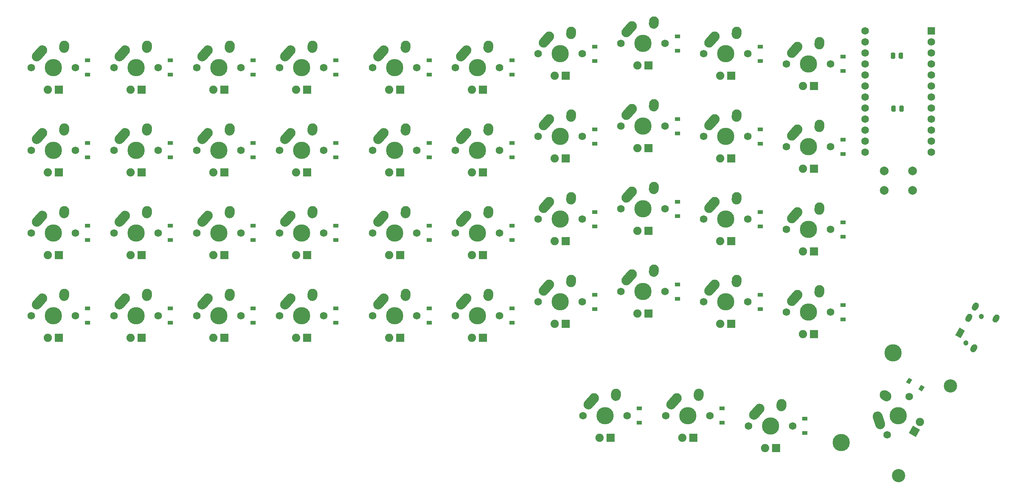
<source format=gbr>
%TF.GenerationSoftware,KiCad,Pcbnew,(5.1.9-0-10_14)*%
%TF.CreationDate,2021-04-10T22:10:23-05:00*%
%TF.ProjectId,wren-left,7772656e-2d6c-4656-9674-2e6b69636164,rev?*%
%TF.SameCoordinates,Original*%
%TF.FileFunction,Soldermask,Bot*%
%TF.FilePolarity,Negative*%
%FSLAX46Y46*%
G04 Gerber Fmt 4.6, Leading zero omitted, Abs format (unit mm)*
G04 Created by KiCad (PCBNEW (5.1.9-0-10_14)) date 2021-04-10 22:10:23*
%MOMM*%
%LPD*%
G01*
G04 APERTURE LIST*
%ADD10C,1.752600*%
%ADD11R,1.752600X1.752600*%
%ADD12C,2.000000*%
%ADD13C,3.987800*%
%ADD14C,3.048000*%
%ADD15C,1.750000*%
%ADD16C,0.100000*%
%ADD17C,1.905000*%
%ADD18C,2.250000*%
%ADD19C,1.200000*%
%ADD20R,1.905000X1.905000*%
%ADD21R,1.200000X0.900000*%
G04 APERTURE END LIST*
D10*
%TO.C,U1*%
X233680000Y-28098750D03*
X248920000Y-56038750D03*
X233680000Y-30638750D03*
X233680000Y-33178750D03*
X233680000Y-35718750D03*
X233680000Y-38258750D03*
X233680000Y-40798750D03*
X233680000Y-43338750D03*
X233680000Y-45878750D03*
X233680000Y-48418750D03*
X233680000Y-50958750D03*
X233680000Y-53498750D03*
X233680000Y-56038750D03*
X248920000Y-53498750D03*
X248920000Y-50958750D03*
X248920000Y-48418750D03*
X248920000Y-45878750D03*
X248920000Y-43338750D03*
X248920000Y-40798750D03*
X248920000Y-38258750D03*
X248920000Y-35718750D03*
X248920000Y-33178750D03*
X248920000Y-30638750D03*
D11*
X248920000Y-28098750D03*
%TD*%
D12*
%TO.C,SW0*%
X244625000Y-60325000D03*
X244625000Y-64825000D03*
X238125000Y-60325000D03*
X238125000Y-64825000D03*
%TD*%
D13*
%TO.C,MX41*%
X240119960Y-102215139D03*
X228181960Y-122892361D03*
D14*
X253318187Y-109835139D03*
X241380187Y-130512361D03*
D15*
X243840000Y-112281841D03*
X238760000Y-121080659D03*
D16*
G36*
X245413048Y-121622241D02*
G01*
X243763270Y-120669741D01*
X244715770Y-119019963D01*
X246365548Y-119972463D01*
X245413048Y-121622241D01*
G37*
D17*
X246334409Y-118121398D03*
D18*
X236585898Y-116846314D03*
D13*
X241300000Y-116681250D03*
G36*
G01*
X237544806Y-119780137D02*
X237544799Y-119780140D01*
G75*
G02*
X236125962Y-119060311I-349504J1069333D01*
G01*
X235516566Y-117195817D01*
G75*
G02*
X236236395Y-115776980I1069333J349504D01*
G01*
X236236395Y-115776980D01*
G75*
G02*
X237655232Y-116496809I349504J-1069333D01*
G01*
X238264628Y-118361303D01*
G75*
G02*
X237544799Y-119780140I-1069333J-349504D01*
G01*
G37*
D18*
X238170591Y-111941545D03*
G36*
G01*
X239586650Y-112893649D02*
X239586155Y-112894386D01*
G75*
G02*
X238024686Y-113199455I-933269J628200D01*
G01*
X237542392Y-112874813D01*
G75*
G02*
X237237323Y-111313344I628200J933269D01*
G01*
X237237323Y-111313344D01*
G75*
G02*
X238798792Y-111008275I933269J-628200D01*
G01*
X239281086Y-111332917D01*
G75*
G02*
X239586155Y-112894386I-628200J-933269D01*
G01*
G37*
%TD*%
D19*
%TO.C,J1*%
X256929358Y-99907083D03*
X260429358Y-93844905D03*
G36*
G01*
X259587500Y-90703046D02*
X259587500Y-90703046D01*
G75*
G02*
X259843718Y-91659264I-350000J-606218D01*
G01*
X259543718Y-92178880D01*
G75*
G02*
X258587500Y-92435098I-606218J350000D01*
G01*
X258587500Y-92435098D01*
G75*
G02*
X258331282Y-91478880I350000J606218D01*
G01*
X258631282Y-90959264D01*
G75*
G02*
X259587500Y-90703046I606218J-350000D01*
G01*
G37*
G36*
G01*
X258087500Y-93301122D02*
X258087500Y-93301122D01*
G75*
G02*
X258343718Y-94257340I-350000J-606218D01*
G01*
X258043718Y-94776956D01*
G75*
G02*
X257087500Y-95033174I-606218J350000D01*
G01*
X257087500Y-95033174D01*
G75*
G02*
X256831282Y-94076956I350000J606218D01*
G01*
X257131282Y-93557340D01*
G75*
G02*
X258087500Y-93301122I606218J-350000D01*
G01*
G37*
D16*
G36*
X255481282Y-96415225D02*
G01*
X256693718Y-97115225D01*
X255693718Y-98847275D01*
X254481282Y-98147275D01*
X255481282Y-96415225D01*
G37*
G36*
G01*
X259234614Y-100314262D02*
X259234614Y-100314262D01*
G75*
G02*
X259490832Y-101270480I-350000J-606218D01*
G01*
X259190832Y-101790096D01*
G75*
G02*
X258234614Y-102046314I-606218J350000D01*
G01*
X258234614Y-102046314D01*
G75*
G02*
X257978396Y-101090096I350000J606218D01*
G01*
X258278396Y-100570480D01*
G75*
G02*
X259234614Y-100314262I606218J-350000D01*
G01*
G37*
G36*
G01*
X264350640Y-93453046D02*
X264350640Y-93453046D01*
G75*
G02*
X264606858Y-94409264I-350000J-606218D01*
G01*
X264306858Y-94928880D01*
G75*
G02*
X263350640Y-95185098I-606218J350000D01*
G01*
X263350640Y-95185098D01*
G75*
G02*
X263094422Y-94228880I350000J606218D01*
G01*
X263394422Y-93709264D01*
G75*
G02*
X264350640Y-93453046I606218J-350000D01*
G01*
G37*
%TD*%
%TO.C,R2*%
G36*
G01*
X240773000Y-45523999D02*
X240773000Y-46424001D01*
G75*
G02*
X240523001Y-46674000I-249999J0D01*
G01*
X239997999Y-46674000D01*
G75*
G02*
X239748000Y-46424001I0J249999D01*
G01*
X239748000Y-45523999D01*
G75*
G02*
X239997999Y-45274000I249999J0D01*
G01*
X240523001Y-45274000D01*
G75*
G02*
X240773000Y-45523999I0J-249999D01*
G01*
G37*
G36*
G01*
X242598000Y-45523999D02*
X242598000Y-46424001D01*
G75*
G02*
X242348001Y-46674000I-249999J0D01*
G01*
X241822999Y-46674000D01*
G75*
G02*
X241573000Y-46424001I0J249999D01*
G01*
X241573000Y-45523999D01*
G75*
G02*
X241822999Y-45274000I249999J0D01*
G01*
X242348001Y-45274000D01*
G75*
G02*
X242598000Y-45523999I0J-249999D01*
G01*
G37*
%TD*%
%TO.C,R1*%
G36*
G01*
X240646000Y-33331999D02*
X240646000Y-34232001D01*
G75*
G02*
X240396001Y-34482000I-249999J0D01*
G01*
X239870999Y-34482000D01*
G75*
G02*
X239621000Y-34232001I0J249999D01*
G01*
X239621000Y-33331999D01*
G75*
G02*
X239870999Y-33082000I249999J0D01*
G01*
X240396001Y-33082000D01*
G75*
G02*
X240646000Y-33331999I0J-249999D01*
G01*
G37*
G36*
G01*
X242471000Y-33331999D02*
X242471000Y-34232001D01*
G75*
G02*
X242221001Y-34482000I-249999J0D01*
G01*
X241695999Y-34482000D01*
G75*
G02*
X241446000Y-34232001I0J249999D01*
G01*
X241446000Y-33331999D01*
G75*
G02*
X241695999Y-33082000I249999J0D01*
G01*
X242221001Y-33082000D01*
G75*
G02*
X242471000Y-33331999I0J-249999D01*
G01*
G37*
%TD*%
D15*
%TO.C,MX44*%
X178911250Y-116681250D03*
X168751250Y-116681250D03*
D20*
X175101250Y-121761250D03*
D17*
X172561250Y-121761250D03*
D18*
X171331250Y-112681250D03*
D13*
X173831250Y-116681250D03*
G36*
G01*
X169269938Y-114978600D02*
X169269933Y-114978595D01*
G75*
G02*
X169183905Y-113389933I751317J837345D01*
G01*
X170493907Y-111929933D01*
G75*
G02*
X172082569Y-111843905I837345J-751317D01*
G01*
X172082569Y-111843905D01*
G75*
G02*
X172168597Y-113432567I-751317J-837345D01*
G01*
X170858595Y-114892567D01*
G75*
G02*
X169269933Y-114978595I-837345J751317D01*
G01*
G37*
D18*
X176371250Y-111601250D03*
G36*
G01*
X176254733Y-113303645D02*
X176253847Y-113303584D01*
G75*
G02*
X175208916Y-112103847I77403J1122334D01*
G01*
X175248916Y-111523847D01*
G75*
G02*
X176448653Y-110478916I1122334J-77403D01*
G01*
X176448653Y-110478916D01*
G75*
G02*
X177493584Y-111678653I-77403J-1122334D01*
G01*
X177453584Y-112258653D01*
G75*
G02*
X176253847Y-113303584I-1122334J77403D01*
G01*
G37*
%TD*%
D15*
%TO.C,MX43*%
X197961250Y-116681250D03*
X187801250Y-116681250D03*
D20*
X194151250Y-121761250D03*
D17*
X191611250Y-121761250D03*
D18*
X190381250Y-112681250D03*
D13*
X192881250Y-116681250D03*
G36*
G01*
X188319938Y-114978600D02*
X188319933Y-114978595D01*
G75*
G02*
X188233905Y-113389933I751317J837345D01*
G01*
X189543907Y-111929933D01*
G75*
G02*
X191132569Y-111843905I837345J-751317D01*
G01*
X191132569Y-111843905D01*
G75*
G02*
X191218597Y-113432567I-751317J-837345D01*
G01*
X189908595Y-114892567D01*
G75*
G02*
X188319933Y-114978595I-837345J751317D01*
G01*
G37*
D18*
X195421250Y-111601250D03*
G36*
G01*
X195304733Y-113303645D02*
X195303847Y-113303584D01*
G75*
G02*
X194258916Y-112103847I77403J1122334D01*
G01*
X194298916Y-111523847D01*
G75*
G02*
X195498653Y-110478916I1122334J-77403D01*
G01*
X195498653Y-110478916D01*
G75*
G02*
X196543584Y-111678653I-77403J-1122334D01*
G01*
X196503584Y-112258653D01*
G75*
G02*
X195303847Y-113303584I-1122334J77403D01*
G01*
G37*
%TD*%
D15*
%TO.C,MX42*%
X217011250Y-119062500D03*
X206851250Y-119062500D03*
D20*
X213201250Y-124142500D03*
D17*
X210661250Y-124142500D03*
D18*
X209431250Y-115062500D03*
D13*
X211931250Y-119062500D03*
G36*
G01*
X207369938Y-117359850D02*
X207369933Y-117359845D01*
G75*
G02*
X207283905Y-115771183I751317J837345D01*
G01*
X208593907Y-114311183D01*
G75*
G02*
X210182569Y-114225155I837345J-751317D01*
G01*
X210182569Y-114225155D01*
G75*
G02*
X210268597Y-115813817I-751317J-837345D01*
G01*
X208958595Y-117273817D01*
G75*
G02*
X207369933Y-117359845I-837345J751317D01*
G01*
G37*
D18*
X214471250Y-113982500D03*
G36*
G01*
X214354733Y-115684895D02*
X214353847Y-115684834D01*
G75*
G02*
X213308916Y-114485097I77403J1122334D01*
G01*
X213348916Y-113905097D01*
G75*
G02*
X214548653Y-112860166I1122334J-77403D01*
G01*
X214548653Y-112860166D01*
G75*
G02*
X215593584Y-114059903I-77403J-1122334D01*
G01*
X215553584Y-114639903D01*
G75*
G02*
X214353847Y-115684834I-1122334J77403D01*
G01*
G37*
%TD*%
D15*
%TO.C,MX40*%
X51911250Y-93662500D03*
X41751250Y-93662500D03*
D20*
X48101250Y-98742500D03*
D17*
X45561250Y-98742500D03*
D18*
X44331250Y-89662500D03*
D13*
X46831250Y-93662500D03*
G36*
G01*
X42269938Y-91959850D02*
X42269933Y-91959845D01*
G75*
G02*
X42183905Y-90371183I751317J837345D01*
G01*
X43493907Y-88911183D01*
G75*
G02*
X45082569Y-88825155I837345J-751317D01*
G01*
X45082569Y-88825155D01*
G75*
G02*
X45168597Y-90413817I-751317J-837345D01*
G01*
X43858595Y-91873817D01*
G75*
G02*
X42269933Y-91959845I-837345J751317D01*
G01*
G37*
D18*
X49371250Y-88582500D03*
G36*
G01*
X49254733Y-90284895D02*
X49253847Y-90284834D01*
G75*
G02*
X48208916Y-89085097I77403J1122334D01*
G01*
X48248916Y-88505097D01*
G75*
G02*
X49448653Y-87460166I1122334J-77403D01*
G01*
X49448653Y-87460166D01*
G75*
G02*
X50493584Y-88659903I-77403J-1122334D01*
G01*
X50453584Y-89239903D01*
G75*
G02*
X49253847Y-90284834I-1122334J77403D01*
G01*
G37*
%TD*%
D15*
%TO.C,MX39*%
X70961250Y-93662500D03*
X60801250Y-93662500D03*
D20*
X67151250Y-98742500D03*
D17*
X64611250Y-98742500D03*
D18*
X63381250Y-89662500D03*
D13*
X65881250Y-93662500D03*
G36*
G01*
X61319938Y-91959850D02*
X61319933Y-91959845D01*
G75*
G02*
X61233905Y-90371183I751317J837345D01*
G01*
X62543907Y-88911183D01*
G75*
G02*
X64132569Y-88825155I837345J-751317D01*
G01*
X64132569Y-88825155D01*
G75*
G02*
X64218597Y-90413817I-751317J-837345D01*
G01*
X62908595Y-91873817D01*
G75*
G02*
X61319933Y-91959845I-837345J751317D01*
G01*
G37*
D18*
X68421250Y-88582500D03*
G36*
G01*
X68304733Y-90284895D02*
X68303847Y-90284834D01*
G75*
G02*
X67258916Y-89085097I77403J1122334D01*
G01*
X67298916Y-88505097D01*
G75*
G02*
X68498653Y-87460166I1122334J-77403D01*
G01*
X68498653Y-87460166D01*
G75*
G02*
X69543584Y-88659903I-77403J-1122334D01*
G01*
X69503584Y-89239903D01*
G75*
G02*
X68303847Y-90284834I-1122334J77403D01*
G01*
G37*
%TD*%
D15*
%TO.C,MX38*%
X90011250Y-93662500D03*
X79851250Y-93662500D03*
D20*
X86201250Y-98742500D03*
D17*
X83661250Y-98742500D03*
D18*
X82431250Y-89662500D03*
D13*
X84931250Y-93662500D03*
G36*
G01*
X80369938Y-91959850D02*
X80369933Y-91959845D01*
G75*
G02*
X80283905Y-90371183I751317J837345D01*
G01*
X81593907Y-88911183D01*
G75*
G02*
X83182569Y-88825155I837345J-751317D01*
G01*
X83182569Y-88825155D01*
G75*
G02*
X83268597Y-90413817I-751317J-837345D01*
G01*
X81958595Y-91873817D01*
G75*
G02*
X80369933Y-91959845I-837345J751317D01*
G01*
G37*
D18*
X87471250Y-88582500D03*
G36*
G01*
X87354733Y-90284895D02*
X87353847Y-90284834D01*
G75*
G02*
X86308916Y-89085097I77403J1122334D01*
G01*
X86348916Y-88505097D01*
G75*
G02*
X87548653Y-87460166I1122334J-77403D01*
G01*
X87548653Y-87460166D01*
G75*
G02*
X88593584Y-88659903I-77403J-1122334D01*
G01*
X88553584Y-89239903D01*
G75*
G02*
X87353847Y-90284834I-1122334J77403D01*
G01*
G37*
%TD*%
D15*
%TO.C,MX37*%
X109061250Y-93662500D03*
X98901250Y-93662500D03*
D20*
X105251250Y-98742500D03*
D17*
X102711250Y-98742500D03*
D18*
X101481250Y-89662500D03*
D13*
X103981250Y-93662500D03*
G36*
G01*
X99419938Y-91959850D02*
X99419933Y-91959845D01*
G75*
G02*
X99333905Y-90371183I751317J837345D01*
G01*
X100643907Y-88911183D01*
G75*
G02*
X102232569Y-88825155I837345J-751317D01*
G01*
X102232569Y-88825155D01*
G75*
G02*
X102318597Y-90413817I-751317J-837345D01*
G01*
X101008595Y-91873817D01*
G75*
G02*
X99419933Y-91959845I-837345J751317D01*
G01*
G37*
D18*
X106521250Y-88582500D03*
G36*
G01*
X106404733Y-90284895D02*
X106403847Y-90284834D01*
G75*
G02*
X105358916Y-89085097I77403J1122334D01*
G01*
X105398916Y-88505097D01*
G75*
G02*
X106598653Y-87460166I1122334J-77403D01*
G01*
X106598653Y-87460166D01*
G75*
G02*
X107643584Y-88659903I-77403J-1122334D01*
G01*
X107603584Y-89239903D01*
G75*
G02*
X106403847Y-90284834I-1122334J77403D01*
G01*
G37*
%TD*%
D15*
%TO.C,MX36*%
X130492500Y-93662500D03*
X120332500Y-93662500D03*
D20*
X126682500Y-98742500D03*
D17*
X124142500Y-98742500D03*
D18*
X122912500Y-89662500D03*
D13*
X125412500Y-93662500D03*
G36*
G01*
X120851188Y-91959850D02*
X120851183Y-91959845D01*
G75*
G02*
X120765155Y-90371183I751317J837345D01*
G01*
X122075157Y-88911183D01*
G75*
G02*
X123663819Y-88825155I837345J-751317D01*
G01*
X123663819Y-88825155D01*
G75*
G02*
X123749847Y-90413817I-751317J-837345D01*
G01*
X122439845Y-91873817D01*
G75*
G02*
X120851183Y-91959845I-837345J751317D01*
G01*
G37*
D18*
X127952500Y-88582500D03*
G36*
G01*
X127835983Y-90284895D02*
X127835097Y-90284834D01*
G75*
G02*
X126790166Y-89085097I77403J1122334D01*
G01*
X126830166Y-88505097D01*
G75*
G02*
X128029903Y-87460166I1122334J-77403D01*
G01*
X128029903Y-87460166D01*
G75*
G02*
X129074834Y-88659903I-77403J-1122334D01*
G01*
X129034834Y-89239903D01*
G75*
G02*
X127835097Y-90284834I-1122334J77403D01*
G01*
G37*
%TD*%
D15*
%TO.C,MX35*%
X149542500Y-93662500D03*
X139382500Y-93662500D03*
D20*
X145732500Y-98742500D03*
D17*
X143192500Y-98742500D03*
D18*
X141962500Y-89662500D03*
D13*
X144462500Y-93662500D03*
G36*
G01*
X139901188Y-91959850D02*
X139901183Y-91959845D01*
G75*
G02*
X139815155Y-90371183I751317J837345D01*
G01*
X141125157Y-88911183D01*
G75*
G02*
X142713819Y-88825155I837345J-751317D01*
G01*
X142713819Y-88825155D01*
G75*
G02*
X142799847Y-90413817I-751317J-837345D01*
G01*
X141489845Y-91873817D01*
G75*
G02*
X139901183Y-91959845I-837345J751317D01*
G01*
G37*
D18*
X147002500Y-88582500D03*
G36*
G01*
X146885983Y-90284895D02*
X146885097Y-90284834D01*
G75*
G02*
X145840166Y-89085097I77403J1122334D01*
G01*
X145880166Y-88505097D01*
G75*
G02*
X147079903Y-87460166I1122334J-77403D01*
G01*
X147079903Y-87460166D01*
G75*
G02*
X148124834Y-88659903I-77403J-1122334D01*
G01*
X148084834Y-89239903D01*
G75*
G02*
X146885097Y-90284834I-1122334J77403D01*
G01*
G37*
%TD*%
D15*
%TO.C,MX34*%
X168592500Y-90487500D03*
X158432500Y-90487500D03*
D20*
X164782500Y-95567500D03*
D17*
X162242500Y-95567500D03*
D18*
X161012500Y-86487500D03*
D13*
X163512500Y-90487500D03*
G36*
G01*
X158951188Y-88784850D02*
X158951183Y-88784845D01*
G75*
G02*
X158865155Y-87196183I751317J837345D01*
G01*
X160175157Y-85736183D01*
G75*
G02*
X161763819Y-85650155I837345J-751317D01*
G01*
X161763819Y-85650155D01*
G75*
G02*
X161849847Y-87238817I-751317J-837345D01*
G01*
X160539845Y-88698817D01*
G75*
G02*
X158951183Y-88784845I-837345J751317D01*
G01*
G37*
D18*
X166052500Y-85407500D03*
G36*
G01*
X165935983Y-87109895D02*
X165935097Y-87109834D01*
G75*
G02*
X164890166Y-85910097I77403J1122334D01*
G01*
X164930166Y-85330097D01*
G75*
G02*
X166129903Y-84285166I1122334J-77403D01*
G01*
X166129903Y-84285166D01*
G75*
G02*
X167174834Y-85484903I-77403J-1122334D01*
G01*
X167134834Y-86064903D01*
G75*
G02*
X165935097Y-87109834I-1122334J77403D01*
G01*
G37*
%TD*%
D15*
%TO.C,MX33*%
X187642500Y-88106250D03*
X177482500Y-88106250D03*
D20*
X183832500Y-93186250D03*
D17*
X181292500Y-93186250D03*
D18*
X180062500Y-84106250D03*
D13*
X182562500Y-88106250D03*
G36*
G01*
X178001188Y-86403600D02*
X178001183Y-86403595D01*
G75*
G02*
X177915155Y-84814933I751317J837345D01*
G01*
X179225157Y-83354933D01*
G75*
G02*
X180813819Y-83268905I837345J-751317D01*
G01*
X180813819Y-83268905D01*
G75*
G02*
X180899847Y-84857567I-751317J-837345D01*
G01*
X179589845Y-86317567D01*
G75*
G02*
X178001183Y-86403595I-837345J751317D01*
G01*
G37*
D18*
X185102500Y-83026250D03*
G36*
G01*
X184985983Y-84728645D02*
X184985097Y-84728584D01*
G75*
G02*
X183940166Y-83528847I77403J1122334D01*
G01*
X183980166Y-82948847D01*
G75*
G02*
X185179903Y-81903916I1122334J-77403D01*
G01*
X185179903Y-81903916D01*
G75*
G02*
X186224834Y-83103653I-77403J-1122334D01*
G01*
X186184834Y-83683653D01*
G75*
G02*
X184985097Y-84728584I-1122334J77403D01*
G01*
G37*
%TD*%
D15*
%TO.C,MX32*%
X206692500Y-90487500D03*
X196532500Y-90487500D03*
D20*
X202882500Y-95567500D03*
D17*
X200342500Y-95567500D03*
D18*
X199112500Y-86487500D03*
D13*
X201612500Y-90487500D03*
G36*
G01*
X197051188Y-88784850D02*
X197051183Y-88784845D01*
G75*
G02*
X196965155Y-87196183I751317J837345D01*
G01*
X198275157Y-85736183D01*
G75*
G02*
X199863819Y-85650155I837345J-751317D01*
G01*
X199863819Y-85650155D01*
G75*
G02*
X199949847Y-87238817I-751317J-837345D01*
G01*
X198639845Y-88698817D01*
G75*
G02*
X197051183Y-88784845I-837345J751317D01*
G01*
G37*
D18*
X204152500Y-85407500D03*
G36*
G01*
X204035983Y-87109895D02*
X204035097Y-87109834D01*
G75*
G02*
X202990166Y-85910097I77403J1122334D01*
G01*
X203030166Y-85330097D01*
G75*
G02*
X204229903Y-84285166I1122334J-77403D01*
G01*
X204229903Y-84285166D01*
G75*
G02*
X205274834Y-85484903I-77403J-1122334D01*
G01*
X205234834Y-86064903D01*
G75*
G02*
X204035097Y-87109834I-1122334J77403D01*
G01*
G37*
%TD*%
D15*
%TO.C,MX31*%
X225742500Y-92868750D03*
X215582500Y-92868750D03*
D20*
X221932500Y-97948750D03*
D17*
X219392500Y-97948750D03*
D18*
X218162500Y-88868750D03*
D13*
X220662500Y-92868750D03*
G36*
G01*
X216101188Y-91166100D02*
X216101183Y-91166095D01*
G75*
G02*
X216015155Y-89577433I751317J837345D01*
G01*
X217325157Y-88117433D01*
G75*
G02*
X218913819Y-88031405I837345J-751317D01*
G01*
X218913819Y-88031405D01*
G75*
G02*
X218999847Y-89620067I-751317J-837345D01*
G01*
X217689845Y-91080067D01*
G75*
G02*
X216101183Y-91166095I-837345J751317D01*
G01*
G37*
D18*
X223202500Y-87788750D03*
G36*
G01*
X223085983Y-89491145D02*
X223085097Y-89491084D01*
G75*
G02*
X222040166Y-88291347I77403J1122334D01*
G01*
X222080166Y-87711347D01*
G75*
G02*
X223279903Y-86666416I1122334J-77403D01*
G01*
X223279903Y-86666416D01*
G75*
G02*
X224324834Y-87866153I-77403J-1122334D01*
G01*
X224284834Y-88446153D01*
G75*
G02*
X223085097Y-89491084I-1122334J77403D01*
G01*
G37*
%TD*%
D15*
%TO.C,MX30*%
X51911250Y-74612500D03*
X41751250Y-74612500D03*
D20*
X48101250Y-79692500D03*
D17*
X45561250Y-79692500D03*
D18*
X44331250Y-70612500D03*
D13*
X46831250Y-74612500D03*
G36*
G01*
X42269938Y-72909850D02*
X42269933Y-72909845D01*
G75*
G02*
X42183905Y-71321183I751317J837345D01*
G01*
X43493907Y-69861183D01*
G75*
G02*
X45082569Y-69775155I837345J-751317D01*
G01*
X45082569Y-69775155D01*
G75*
G02*
X45168597Y-71363817I-751317J-837345D01*
G01*
X43858595Y-72823817D01*
G75*
G02*
X42269933Y-72909845I-837345J751317D01*
G01*
G37*
D18*
X49371250Y-69532500D03*
G36*
G01*
X49254733Y-71234895D02*
X49253847Y-71234834D01*
G75*
G02*
X48208916Y-70035097I77403J1122334D01*
G01*
X48248916Y-69455097D01*
G75*
G02*
X49448653Y-68410166I1122334J-77403D01*
G01*
X49448653Y-68410166D01*
G75*
G02*
X50493584Y-69609903I-77403J-1122334D01*
G01*
X50453584Y-70189903D01*
G75*
G02*
X49253847Y-71234834I-1122334J77403D01*
G01*
G37*
%TD*%
D15*
%TO.C,MX29*%
X70961250Y-74612500D03*
X60801250Y-74612500D03*
D20*
X67151250Y-79692500D03*
D17*
X64611250Y-79692500D03*
D18*
X63381250Y-70612500D03*
D13*
X65881250Y-74612500D03*
G36*
G01*
X61319938Y-72909850D02*
X61319933Y-72909845D01*
G75*
G02*
X61233905Y-71321183I751317J837345D01*
G01*
X62543907Y-69861183D01*
G75*
G02*
X64132569Y-69775155I837345J-751317D01*
G01*
X64132569Y-69775155D01*
G75*
G02*
X64218597Y-71363817I-751317J-837345D01*
G01*
X62908595Y-72823817D01*
G75*
G02*
X61319933Y-72909845I-837345J751317D01*
G01*
G37*
D18*
X68421250Y-69532500D03*
G36*
G01*
X68304733Y-71234895D02*
X68303847Y-71234834D01*
G75*
G02*
X67258916Y-70035097I77403J1122334D01*
G01*
X67298916Y-69455097D01*
G75*
G02*
X68498653Y-68410166I1122334J-77403D01*
G01*
X68498653Y-68410166D01*
G75*
G02*
X69543584Y-69609903I-77403J-1122334D01*
G01*
X69503584Y-70189903D01*
G75*
G02*
X68303847Y-71234834I-1122334J77403D01*
G01*
G37*
%TD*%
D15*
%TO.C,MX28*%
X90011250Y-74612500D03*
X79851250Y-74612500D03*
D20*
X86201250Y-79692500D03*
D17*
X83661250Y-79692500D03*
D18*
X82431250Y-70612500D03*
D13*
X84931250Y-74612500D03*
G36*
G01*
X80369938Y-72909850D02*
X80369933Y-72909845D01*
G75*
G02*
X80283905Y-71321183I751317J837345D01*
G01*
X81593907Y-69861183D01*
G75*
G02*
X83182569Y-69775155I837345J-751317D01*
G01*
X83182569Y-69775155D01*
G75*
G02*
X83268597Y-71363817I-751317J-837345D01*
G01*
X81958595Y-72823817D01*
G75*
G02*
X80369933Y-72909845I-837345J751317D01*
G01*
G37*
D18*
X87471250Y-69532500D03*
G36*
G01*
X87354733Y-71234895D02*
X87353847Y-71234834D01*
G75*
G02*
X86308916Y-70035097I77403J1122334D01*
G01*
X86348916Y-69455097D01*
G75*
G02*
X87548653Y-68410166I1122334J-77403D01*
G01*
X87548653Y-68410166D01*
G75*
G02*
X88593584Y-69609903I-77403J-1122334D01*
G01*
X88553584Y-70189903D01*
G75*
G02*
X87353847Y-71234834I-1122334J77403D01*
G01*
G37*
%TD*%
D15*
%TO.C,MX27*%
X109061250Y-74612500D03*
X98901250Y-74612500D03*
D20*
X105251250Y-79692500D03*
D17*
X102711250Y-79692500D03*
D18*
X101481250Y-70612500D03*
D13*
X103981250Y-74612500D03*
G36*
G01*
X99419938Y-72909850D02*
X99419933Y-72909845D01*
G75*
G02*
X99333905Y-71321183I751317J837345D01*
G01*
X100643907Y-69861183D01*
G75*
G02*
X102232569Y-69775155I837345J-751317D01*
G01*
X102232569Y-69775155D01*
G75*
G02*
X102318597Y-71363817I-751317J-837345D01*
G01*
X101008595Y-72823817D01*
G75*
G02*
X99419933Y-72909845I-837345J751317D01*
G01*
G37*
D18*
X106521250Y-69532500D03*
G36*
G01*
X106404733Y-71234895D02*
X106403847Y-71234834D01*
G75*
G02*
X105358916Y-70035097I77403J1122334D01*
G01*
X105398916Y-69455097D01*
G75*
G02*
X106598653Y-68410166I1122334J-77403D01*
G01*
X106598653Y-68410166D01*
G75*
G02*
X107643584Y-69609903I-77403J-1122334D01*
G01*
X107603584Y-70189903D01*
G75*
G02*
X106403847Y-71234834I-1122334J77403D01*
G01*
G37*
%TD*%
D15*
%TO.C,MX26*%
X130492500Y-74612500D03*
X120332500Y-74612500D03*
D20*
X126682500Y-79692500D03*
D17*
X124142500Y-79692500D03*
D18*
X122912500Y-70612500D03*
D13*
X125412500Y-74612500D03*
G36*
G01*
X120851188Y-72909850D02*
X120851183Y-72909845D01*
G75*
G02*
X120765155Y-71321183I751317J837345D01*
G01*
X122075157Y-69861183D01*
G75*
G02*
X123663819Y-69775155I837345J-751317D01*
G01*
X123663819Y-69775155D01*
G75*
G02*
X123749847Y-71363817I-751317J-837345D01*
G01*
X122439845Y-72823817D01*
G75*
G02*
X120851183Y-72909845I-837345J751317D01*
G01*
G37*
D18*
X127952500Y-69532500D03*
G36*
G01*
X127835983Y-71234895D02*
X127835097Y-71234834D01*
G75*
G02*
X126790166Y-70035097I77403J1122334D01*
G01*
X126830166Y-69455097D01*
G75*
G02*
X128029903Y-68410166I1122334J-77403D01*
G01*
X128029903Y-68410166D01*
G75*
G02*
X129074834Y-69609903I-77403J-1122334D01*
G01*
X129034834Y-70189903D01*
G75*
G02*
X127835097Y-71234834I-1122334J77403D01*
G01*
G37*
%TD*%
D15*
%TO.C,MX25*%
X149542500Y-74612500D03*
X139382500Y-74612500D03*
D20*
X145732500Y-79692500D03*
D17*
X143192500Y-79692500D03*
D18*
X141962500Y-70612500D03*
D13*
X144462500Y-74612500D03*
G36*
G01*
X139901188Y-72909850D02*
X139901183Y-72909845D01*
G75*
G02*
X139815155Y-71321183I751317J837345D01*
G01*
X141125157Y-69861183D01*
G75*
G02*
X142713819Y-69775155I837345J-751317D01*
G01*
X142713819Y-69775155D01*
G75*
G02*
X142799847Y-71363817I-751317J-837345D01*
G01*
X141489845Y-72823817D01*
G75*
G02*
X139901183Y-72909845I-837345J751317D01*
G01*
G37*
D18*
X147002500Y-69532500D03*
G36*
G01*
X146885983Y-71234895D02*
X146885097Y-71234834D01*
G75*
G02*
X145840166Y-70035097I77403J1122334D01*
G01*
X145880166Y-69455097D01*
G75*
G02*
X147079903Y-68410166I1122334J-77403D01*
G01*
X147079903Y-68410166D01*
G75*
G02*
X148124834Y-69609903I-77403J-1122334D01*
G01*
X148084834Y-70189903D01*
G75*
G02*
X146885097Y-71234834I-1122334J77403D01*
G01*
G37*
%TD*%
D15*
%TO.C,MX24*%
X168592500Y-71437500D03*
X158432500Y-71437500D03*
D20*
X164782500Y-76517500D03*
D17*
X162242500Y-76517500D03*
D18*
X161012500Y-67437500D03*
D13*
X163512500Y-71437500D03*
G36*
G01*
X158951188Y-69734850D02*
X158951183Y-69734845D01*
G75*
G02*
X158865155Y-68146183I751317J837345D01*
G01*
X160175157Y-66686183D01*
G75*
G02*
X161763819Y-66600155I837345J-751317D01*
G01*
X161763819Y-66600155D01*
G75*
G02*
X161849847Y-68188817I-751317J-837345D01*
G01*
X160539845Y-69648817D01*
G75*
G02*
X158951183Y-69734845I-837345J751317D01*
G01*
G37*
D18*
X166052500Y-66357500D03*
G36*
G01*
X165935983Y-68059895D02*
X165935097Y-68059834D01*
G75*
G02*
X164890166Y-66860097I77403J1122334D01*
G01*
X164930166Y-66280097D01*
G75*
G02*
X166129903Y-65235166I1122334J-77403D01*
G01*
X166129903Y-65235166D01*
G75*
G02*
X167174834Y-66434903I-77403J-1122334D01*
G01*
X167134834Y-67014903D01*
G75*
G02*
X165935097Y-68059834I-1122334J77403D01*
G01*
G37*
%TD*%
D15*
%TO.C,MX23*%
X187642500Y-69056250D03*
X177482500Y-69056250D03*
D20*
X183832500Y-74136250D03*
D17*
X181292500Y-74136250D03*
D18*
X180062500Y-65056250D03*
D13*
X182562500Y-69056250D03*
G36*
G01*
X178001188Y-67353600D02*
X178001183Y-67353595D01*
G75*
G02*
X177915155Y-65764933I751317J837345D01*
G01*
X179225157Y-64304933D01*
G75*
G02*
X180813819Y-64218905I837345J-751317D01*
G01*
X180813819Y-64218905D01*
G75*
G02*
X180899847Y-65807567I-751317J-837345D01*
G01*
X179589845Y-67267567D01*
G75*
G02*
X178001183Y-67353595I-837345J751317D01*
G01*
G37*
D18*
X185102500Y-63976250D03*
G36*
G01*
X184985983Y-65678645D02*
X184985097Y-65678584D01*
G75*
G02*
X183940166Y-64478847I77403J1122334D01*
G01*
X183980166Y-63898847D01*
G75*
G02*
X185179903Y-62853916I1122334J-77403D01*
G01*
X185179903Y-62853916D01*
G75*
G02*
X186224834Y-64053653I-77403J-1122334D01*
G01*
X186184834Y-64633653D01*
G75*
G02*
X184985097Y-65678584I-1122334J77403D01*
G01*
G37*
%TD*%
D15*
%TO.C,MX22*%
X206692500Y-71437500D03*
X196532500Y-71437500D03*
D20*
X202882500Y-76517500D03*
D17*
X200342500Y-76517500D03*
D18*
X199112500Y-67437500D03*
D13*
X201612500Y-71437500D03*
G36*
G01*
X197051188Y-69734850D02*
X197051183Y-69734845D01*
G75*
G02*
X196965155Y-68146183I751317J837345D01*
G01*
X198275157Y-66686183D01*
G75*
G02*
X199863819Y-66600155I837345J-751317D01*
G01*
X199863819Y-66600155D01*
G75*
G02*
X199949847Y-68188817I-751317J-837345D01*
G01*
X198639845Y-69648817D01*
G75*
G02*
X197051183Y-69734845I-837345J751317D01*
G01*
G37*
D18*
X204152500Y-66357500D03*
G36*
G01*
X204035983Y-68059895D02*
X204035097Y-68059834D01*
G75*
G02*
X202990166Y-66860097I77403J1122334D01*
G01*
X203030166Y-66280097D01*
G75*
G02*
X204229903Y-65235166I1122334J-77403D01*
G01*
X204229903Y-65235166D01*
G75*
G02*
X205274834Y-66434903I-77403J-1122334D01*
G01*
X205234834Y-67014903D01*
G75*
G02*
X204035097Y-68059834I-1122334J77403D01*
G01*
G37*
%TD*%
D15*
%TO.C,MX21*%
X225742500Y-73818750D03*
X215582500Y-73818750D03*
D20*
X221932500Y-78898750D03*
D17*
X219392500Y-78898750D03*
D18*
X218162500Y-69818750D03*
D13*
X220662500Y-73818750D03*
G36*
G01*
X216101188Y-72116100D02*
X216101183Y-72116095D01*
G75*
G02*
X216015155Y-70527433I751317J837345D01*
G01*
X217325157Y-69067433D01*
G75*
G02*
X218913819Y-68981405I837345J-751317D01*
G01*
X218913819Y-68981405D01*
G75*
G02*
X218999847Y-70570067I-751317J-837345D01*
G01*
X217689845Y-72030067D01*
G75*
G02*
X216101183Y-72116095I-837345J751317D01*
G01*
G37*
D18*
X223202500Y-68738750D03*
G36*
G01*
X223085983Y-70441145D02*
X223085097Y-70441084D01*
G75*
G02*
X222040166Y-69241347I77403J1122334D01*
G01*
X222080166Y-68661347D01*
G75*
G02*
X223279903Y-67616416I1122334J-77403D01*
G01*
X223279903Y-67616416D01*
G75*
G02*
X224324834Y-68816153I-77403J-1122334D01*
G01*
X224284834Y-69396153D01*
G75*
G02*
X223085097Y-70441084I-1122334J77403D01*
G01*
G37*
%TD*%
D15*
%TO.C,MX20*%
X51911250Y-55562500D03*
X41751250Y-55562500D03*
D20*
X48101250Y-60642500D03*
D17*
X45561250Y-60642500D03*
D18*
X44331250Y-51562500D03*
D13*
X46831250Y-55562500D03*
G36*
G01*
X42269938Y-53859850D02*
X42269933Y-53859845D01*
G75*
G02*
X42183905Y-52271183I751317J837345D01*
G01*
X43493907Y-50811183D01*
G75*
G02*
X45082569Y-50725155I837345J-751317D01*
G01*
X45082569Y-50725155D01*
G75*
G02*
X45168597Y-52313817I-751317J-837345D01*
G01*
X43858595Y-53773817D01*
G75*
G02*
X42269933Y-53859845I-837345J751317D01*
G01*
G37*
D18*
X49371250Y-50482500D03*
G36*
G01*
X49254733Y-52184895D02*
X49253847Y-52184834D01*
G75*
G02*
X48208916Y-50985097I77403J1122334D01*
G01*
X48248916Y-50405097D01*
G75*
G02*
X49448653Y-49360166I1122334J-77403D01*
G01*
X49448653Y-49360166D01*
G75*
G02*
X50493584Y-50559903I-77403J-1122334D01*
G01*
X50453584Y-51139903D01*
G75*
G02*
X49253847Y-52184834I-1122334J77403D01*
G01*
G37*
%TD*%
D15*
%TO.C,MX19*%
X70961250Y-55562500D03*
X60801250Y-55562500D03*
D20*
X67151250Y-60642500D03*
D17*
X64611250Y-60642500D03*
D18*
X63381250Y-51562500D03*
D13*
X65881250Y-55562500D03*
G36*
G01*
X61319938Y-53859850D02*
X61319933Y-53859845D01*
G75*
G02*
X61233905Y-52271183I751317J837345D01*
G01*
X62543907Y-50811183D01*
G75*
G02*
X64132569Y-50725155I837345J-751317D01*
G01*
X64132569Y-50725155D01*
G75*
G02*
X64218597Y-52313817I-751317J-837345D01*
G01*
X62908595Y-53773817D01*
G75*
G02*
X61319933Y-53859845I-837345J751317D01*
G01*
G37*
D18*
X68421250Y-50482500D03*
G36*
G01*
X68304733Y-52184895D02*
X68303847Y-52184834D01*
G75*
G02*
X67258916Y-50985097I77403J1122334D01*
G01*
X67298916Y-50405097D01*
G75*
G02*
X68498653Y-49360166I1122334J-77403D01*
G01*
X68498653Y-49360166D01*
G75*
G02*
X69543584Y-50559903I-77403J-1122334D01*
G01*
X69503584Y-51139903D01*
G75*
G02*
X68303847Y-52184834I-1122334J77403D01*
G01*
G37*
%TD*%
D15*
%TO.C,MX18*%
X90011250Y-55562500D03*
X79851250Y-55562500D03*
D20*
X86201250Y-60642500D03*
D17*
X83661250Y-60642500D03*
D18*
X82431250Y-51562500D03*
D13*
X84931250Y-55562500D03*
G36*
G01*
X80369938Y-53859850D02*
X80369933Y-53859845D01*
G75*
G02*
X80283905Y-52271183I751317J837345D01*
G01*
X81593907Y-50811183D01*
G75*
G02*
X83182569Y-50725155I837345J-751317D01*
G01*
X83182569Y-50725155D01*
G75*
G02*
X83268597Y-52313817I-751317J-837345D01*
G01*
X81958595Y-53773817D01*
G75*
G02*
X80369933Y-53859845I-837345J751317D01*
G01*
G37*
D18*
X87471250Y-50482500D03*
G36*
G01*
X87354733Y-52184895D02*
X87353847Y-52184834D01*
G75*
G02*
X86308916Y-50985097I77403J1122334D01*
G01*
X86348916Y-50405097D01*
G75*
G02*
X87548653Y-49360166I1122334J-77403D01*
G01*
X87548653Y-49360166D01*
G75*
G02*
X88593584Y-50559903I-77403J-1122334D01*
G01*
X88553584Y-51139903D01*
G75*
G02*
X87353847Y-52184834I-1122334J77403D01*
G01*
G37*
%TD*%
D15*
%TO.C,MX17*%
X109061250Y-55562500D03*
X98901250Y-55562500D03*
D20*
X105251250Y-60642500D03*
D17*
X102711250Y-60642500D03*
D18*
X101481250Y-51562500D03*
D13*
X103981250Y-55562500D03*
G36*
G01*
X99419938Y-53859850D02*
X99419933Y-53859845D01*
G75*
G02*
X99333905Y-52271183I751317J837345D01*
G01*
X100643907Y-50811183D01*
G75*
G02*
X102232569Y-50725155I837345J-751317D01*
G01*
X102232569Y-50725155D01*
G75*
G02*
X102318597Y-52313817I-751317J-837345D01*
G01*
X101008595Y-53773817D01*
G75*
G02*
X99419933Y-53859845I-837345J751317D01*
G01*
G37*
D18*
X106521250Y-50482500D03*
G36*
G01*
X106404733Y-52184895D02*
X106403847Y-52184834D01*
G75*
G02*
X105358916Y-50985097I77403J1122334D01*
G01*
X105398916Y-50405097D01*
G75*
G02*
X106598653Y-49360166I1122334J-77403D01*
G01*
X106598653Y-49360166D01*
G75*
G02*
X107643584Y-50559903I-77403J-1122334D01*
G01*
X107603584Y-51139903D01*
G75*
G02*
X106403847Y-52184834I-1122334J77403D01*
G01*
G37*
%TD*%
D15*
%TO.C,MX16*%
X130492500Y-55562500D03*
X120332500Y-55562500D03*
D20*
X126682500Y-60642500D03*
D17*
X124142500Y-60642500D03*
D18*
X122912500Y-51562500D03*
D13*
X125412500Y-55562500D03*
G36*
G01*
X120851188Y-53859850D02*
X120851183Y-53859845D01*
G75*
G02*
X120765155Y-52271183I751317J837345D01*
G01*
X122075157Y-50811183D01*
G75*
G02*
X123663819Y-50725155I837345J-751317D01*
G01*
X123663819Y-50725155D01*
G75*
G02*
X123749847Y-52313817I-751317J-837345D01*
G01*
X122439845Y-53773817D01*
G75*
G02*
X120851183Y-53859845I-837345J751317D01*
G01*
G37*
D18*
X127952500Y-50482500D03*
G36*
G01*
X127835983Y-52184895D02*
X127835097Y-52184834D01*
G75*
G02*
X126790166Y-50985097I77403J1122334D01*
G01*
X126830166Y-50405097D01*
G75*
G02*
X128029903Y-49360166I1122334J-77403D01*
G01*
X128029903Y-49360166D01*
G75*
G02*
X129074834Y-50559903I-77403J-1122334D01*
G01*
X129034834Y-51139903D01*
G75*
G02*
X127835097Y-52184834I-1122334J77403D01*
G01*
G37*
%TD*%
D15*
%TO.C,MX15*%
X149542500Y-55562500D03*
X139382500Y-55562500D03*
D20*
X145732500Y-60642500D03*
D17*
X143192500Y-60642500D03*
D18*
X141962500Y-51562500D03*
D13*
X144462500Y-55562500D03*
G36*
G01*
X139901188Y-53859850D02*
X139901183Y-53859845D01*
G75*
G02*
X139815155Y-52271183I751317J837345D01*
G01*
X141125157Y-50811183D01*
G75*
G02*
X142713819Y-50725155I837345J-751317D01*
G01*
X142713819Y-50725155D01*
G75*
G02*
X142799847Y-52313817I-751317J-837345D01*
G01*
X141489845Y-53773817D01*
G75*
G02*
X139901183Y-53859845I-837345J751317D01*
G01*
G37*
D18*
X147002500Y-50482500D03*
G36*
G01*
X146885983Y-52184895D02*
X146885097Y-52184834D01*
G75*
G02*
X145840166Y-50985097I77403J1122334D01*
G01*
X145880166Y-50405097D01*
G75*
G02*
X147079903Y-49360166I1122334J-77403D01*
G01*
X147079903Y-49360166D01*
G75*
G02*
X148124834Y-50559903I-77403J-1122334D01*
G01*
X148084834Y-51139903D01*
G75*
G02*
X146885097Y-52184834I-1122334J77403D01*
G01*
G37*
%TD*%
D15*
%TO.C,MX14*%
X168592500Y-52387500D03*
X158432500Y-52387500D03*
D20*
X164782500Y-57467500D03*
D17*
X162242500Y-57467500D03*
D18*
X161012500Y-48387500D03*
D13*
X163512500Y-52387500D03*
G36*
G01*
X158951188Y-50684850D02*
X158951183Y-50684845D01*
G75*
G02*
X158865155Y-49096183I751317J837345D01*
G01*
X160175157Y-47636183D01*
G75*
G02*
X161763819Y-47550155I837345J-751317D01*
G01*
X161763819Y-47550155D01*
G75*
G02*
X161849847Y-49138817I-751317J-837345D01*
G01*
X160539845Y-50598817D01*
G75*
G02*
X158951183Y-50684845I-837345J751317D01*
G01*
G37*
D18*
X166052500Y-47307500D03*
G36*
G01*
X165935983Y-49009895D02*
X165935097Y-49009834D01*
G75*
G02*
X164890166Y-47810097I77403J1122334D01*
G01*
X164930166Y-47230097D01*
G75*
G02*
X166129903Y-46185166I1122334J-77403D01*
G01*
X166129903Y-46185166D01*
G75*
G02*
X167174834Y-47384903I-77403J-1122334D01*
G01*
X167134834Y-47964903D01*
G75*
G02*
X165935097Y-49009834I-1122334J77403D01*
G01*
G37*
%TD*%
D15*
%TO.C,MX13*%
X187642500Y-50006250D03*
X177482500Y-50006250D03*
D20*
X183832500Y-55086250D03*
D17*
X181292500Y-55086250D03*
D18*
X180062500Y-46006250D03*
D13*
X182562500Y-50006250D03*
G36*
G01*
X178001188Y-48303600D02*
X178001183Y-48303595D01*
G75*
G02*
X177915155Y-46714933I751317J837345D01*
G01*
X179225157Y-45254933D01*
G75*
G02*
X180813819Y-45168905I837345J-751317D01*
G01*
X180813819Y-45168905D01*
G75*
G02*
X180899847Y-46757567I-751317J-837345D01*
G01*
X179589845Y-48217567D01*
G75*
G02*
X178001183Y-48303595I-837345J751317D01*
G01*
G37*
D18*
X185102500Y-44926250D03*
G36*
G01*
X184985983Y-46628645D02*
X184985097Y-46628584D01*
G75*
G02*
X183940166Y-45428847I77403J1122334D01*
G01*
X183980166Y-44848847D01*
G75*
G02*
X185179903Y-43803916I1122334J-77403D01*
G01*
X185179903Y-43803916D01*
G75*
G02*
X186224834Y-45003653I-77403J-1122334D01*
G01*
X186184834Y-45583653D01*
G75*
G02*
X184985097Y-46628584I-1122334J77403D01*
G01*
G37*
%TD*%
D15*
%TO.C,MX12*%
X206692500Y-52387500D03*
X196532500Y-52387500D03*
D20*
X202882500Y-57467500D03*
D17*
X200342500Y-57467500D03*
D18*
X199112500Y-48387500D03*
D13*
X201612500Y-52387500D03*
G36*
G01*
X197051188Y-50684850D02*
X197051183Y-50684845D01*
G75*
G02*
X196965155Y-49096183I751317J837345D01*
G01*
X198275157Y-47636183D01*
G75*
G02*
X199863819Y-47550155I837345J-751317D01*
G01*
X199863819Y-47550155D01*
G75*
G02*
X199949847Y-49138817I-751317J-837345D01*
G01*
X198639845Y-50598817D01*
G75*
G02*
X197051183Y-50684845I-837345J751317D01*
G01*
G37*
D18*
X204152500Y-47307500D03*
G36*
G01*
X204035983Y-49009895D02*
X204035097Y-49009834D01*
G75*
G02*
X202990166Y-47810097I77403J1122334D01*
G01*
X203030166Y-47230097D01*
G75*
G02*
X204229903Y-46185166I1122334J-77403D01*
G01*
X204229903Y-46185166D01*
G75*
G02*
X205274834Y-47384903I-77403J-1122334D01*
G01*
X205234834Y-47964903D01*
G75*
G02*
X204035097Y-49009834I-1122334J77403D01*
G01*
G37*
%TD*%
D15*
%TO.C,MX11*%
X225742500Y-54768750D03*
X215582500Y-54768750D03*
D20*
X221932500Y-59848750D03*
D17*
X219392500Y-59848750D03*
D18*
X218162500Y-50768750D03*
D13*
X220662500Y-54768750D03*
G36*
G01*
X216101188Y-53066100D02*
X216101183Y-53066095D01*
G75*
G02*
X216015155Y-51477433I751317J837345D01*
G01*
X217325157Y-50017433D01*
G75*
G02*
X218913819Y-49931405I837345J-751317D01*
G01*
X218913819Y-49931405D01*
G75*
G02*
X218999847Y-51520067I-751317J-837345D01*
G01*
X217689845Y-52980067D01*
G75*
G02*
X216101183Y-53066095I-837345J751317D01*
G01*
G37*
D18*
X223202500Y-49688750D03*
G36*
G01*
X223085983Y-51391145D02*
X223085097Y-51391084D01*
G75*
G02*
X222040166Y-50191347I77403J1122334D01*
G01*
X222080166Y-49611347D01*
G75*
G02*
X223279903Y-48566416I1122334J-77403D01*
G01*
X223279903Y-48566416D01*
G75*
G02*
X224324834Y-49766153I-77403J-1122334D01*
G01*
X224284834Y-50346153D01*
G75*
G02*
X223085097Y-51391084I-1122334J77403D01*
G01*
G37*
%TD*%
D15*
%TO.C,MX10*%
X51911250Y-36512500D03*
X41751250Y-36512500D03*
D20*
X48101250Y-41592500D03*
D17*
X45561250Y-41592500D03*
D18*
X44331250Y-32512500D03*
D13*
X46831250Y-36512500D03*
G36*
G01*
X42269938Y-34809850D02*
X42269933Y-34809845D01*
G75*
G02*
X42183905Y-33221183I751317J837345D01*
G01*
X43493907Y-31761183D01*
G75*
G02*
X45082569Y-31675155I837345J-751317D01*
G01*
X45082569Y-31675155D01*
G75*
G02*
X45168597Y-33263817I-751317J-837345D01*
G01*
X43858595Y-34723817D01*
G75*
G02*
X42269933Y-34809845I-837345J751317D01*
G01*
G37*
D18*
X49371250Y-31432500D03*
G36*
G01*
X49254733Y-33134895D02*
X49253847Y-33134834D01*
G75*
G02*
X48208916Y-31935097I77403J1122334D01*
G01*
X48248916Y-31355097D01*
G75*
G02*
X49448653Y-30310166I1122334J-77403D01*
G01*
X49448653Y-30310166D01*
G75*
G02*
X50493584Y-31509903I-77403J-1122334D01*
G01*
X50453584Y-32089903D01*
G75*
G02*
X49253847Y-33134834I-1122334J77403D01*
G01*
G37*
%TD*%
D15*
%TO.C,MX9*%
X70961250Y-36512500D03*
X60801250Y-36512500D03*
D20*
X67151250Y-41592500D03*
D17*
X64611250Y-41592500D03*
D18*
X63381250Y-32512500D03*
D13*
X65881250Y-36512500D03*
G36*
G01*
X61319938Y-34809850D02*
X61319933Y-34809845D01*
G75*
G02*
X61233905Y-33221183I751317J837345D01*
G01*
X62543907Y-31761183D01*
G75*
G02*
X64132569Y-31675155I837345J-751317D01*
G01*
X64132569Y-31675155D01*
G75*
G02*
X64218597Y-33263817I-751317J-837345D01*
G01*
X62908595Y-34723817D01*
G75*
G02*
X61319933Y-34809845I-837345J751317D01*
G01*
G37*
D18*
X68421250Y-31432500D03*
G36*
G01*
X68304733Y-33134895D02*
X68303847Y-33134834D01*
G75*
G02*
X67258916Y-31935097I77403J1122334D01*
G01*
X67298916Y-31355097D01*
G75*
G02*
X68498653Y-30310166I1122334J-77403D01*
G01*
X68498653Y-30310166D01*
G75*
G02*
X69543584Y-31509903I-77403J-1122334D01*
G01*
X69503584Y-32089903D01*
G75*
G02*
X68303847Y-33134834I-1122334J77403D01*
G01*
G37*
%TD*%
D15*
%TO.C,MX8*%
X90011250Y-36512500D03*
X79851250Y-36512500D03*
D20*
X86201250Y-41592500D03*
D17*
X83661250Y-41592500D03*
D18*
X82431250Y-32512500D03*
D13*
X84931250Y-36512500D03*
G36*
G01*
X80369938Y-34809850D02*
X80369933Y-34809845D01*
G75*
G02*
X80283905Y-33221183I751317J837345D01*
G01*
X81593907Y-31761183D01*
G75*
G02*
X83182569Y-31675155I837345J-751317D01*
G01*
X83182569Y-31675155D01*
G75*
G02*
X83268597Y-33263817I-751317J-837345D01*
G01*
X81958595Y-34723817D01*
G75*
G02*
X80369933Y-34809845I-837345J751317D01*
G01*
G37*
D18*
X87471250Y-31432500D03*
G36*
G01*
X87354733Y-33134895D02*
X87353847Y-33134834D01*
G75*
G02*
X86308916Y-31935097I77403J1122334D01*
G01*
X86348916Y-31355097D01*
G75*
G02*
X87548653Y-30310166I1122334J-77403D01*
G01*
X87548653Y-30310166D01*
G75*
G02*
X88593584Y-31509903I-77403J-1122334D01*
G01*
X88553584Y-32089903D01*
G75*
G02*
X87353847Y-33134834I-1122334J77403D01*
G01*
G37*
%TD*%
D15*
%TO.C,MX7*%
X109061250Y-36512500D03*
X98901250Y-36512500D03*
D20*
X105251250Y-41592500D03*
D17*
X102711250Y-41592500D03*
D18*
X101481250Y-32512500D03*
D13*
X103981250Y-36512500D03*
G36*
G01*
X99419938Y-34809850D02*
X99419933Y-34809845D01*
G75*
G02*
X99333905Y-33221183I751317J837345D01*
G01*
X100643907Y-31761183D01*
G75*
G02*
X102232569Y-31675155I837345J-751317D01*
G01*
X102232569Y-31675155D01*
G75*
G02*
X102318597Y-33263817I-751317J-837345D01*
G01*
X101008595Y-34723817D01*
G75*
G02*
X99419933Y-34809845I-837345J751317D01*
G01*
G37*
D18*
X106521250Y-31432500D03*
G36*
G01*
X106404733Y-33134895D02*
X106403847Y-33134834D01*
G75*
G02*
X105358916Y-31935097I77403J1122334D01*
G01*
X105398916Y-31355097D01*
G75*
G02*
X106598653Y-30310166I1122334J-77403D01*
G01*
X106598653Y-30310166D01*
G75*
G02*
X107643584Y-31509903I-77403J-1122334D01*
G01*
X107603584Y-32089903D01*
G75*
G02*
X106403847Y-33134834I-1122334J77403D01*
G01*
G37*
%TD*%
D15*
%TO.C,MX6*%
X130492500Y-36512500D03*
X120332500Y-36512500D03*
D20*
X126682500Y-41592500D03*
D17*
X124142500Y-41592500D03*
D18*
X122912500Y-32512500D03*
D13*
X125412500Y-36512500D03*
G36*
G01*
X120851188Y-34809850D02*
X120851183Y-34809845D01*
G75*
G02*
X120765155Y-33221183I751317J837345D01*
G01*
X122075157Y-31761183D01*
G75*
G02*
X123663819Y-31675155I837345J-751317D01*
G01*
X123663819Y-31675155D01*
G75*
G02*
X123749847Y-33263817I-751317J-837345D01*
G01*
X122439845Y-34723817D01*
G75*
G02*
X120851183Y-34809845I-837345J751317D01*
G01*
G37*
D18*
X127952500Y-31432500D03*
G36*
G01*
X127835983Y-33134895D02*
X127835097Y-33134834D01*
G75*
G02*
X126790166Y-31935097I77403J1122334D01*
G01*
X126830166Y-31355097D01*
G75*
G02*
X128029903Y-30310166I1122334J-77403D01*
G01*
X128029903Y-30310166D01*
G75*
G02*
X129074834Y-31509903I-77403J-1122334D01*
G01*
X129034834Y-32089903D01*
G75*
G02*
X127835097Y-33134834I-1122334J77403D01*
G01*
G37*
%TD*%
D15*
%TO.C,MX5*%
X149542500Y-36512500D03*
X139382500Y-36512500D03*
D20*
X145732500Y-41592500D03*
D17*
X143192500Y-41592500D03*
D18*
X141962500Y-32512500D03*
D13*
X144462500Y-36512500D03*
G36*
G01*
X139901188Y-34809850D02*
X139901183Y-34809845D01*
G75*
G02*
X139815155Y-33221183I751317J837345D01*
G01*
X141125157Y-31761183D01*
G75*
G02*
X142713819Y-31675155I837345J-751317D01*
G01*
X142713819Y-31675155D01*
G75*
G02*
X142799847Y-33263817I-751317J-837345D01*
G01*
X141489845Y-34723817D01*
G75*
G02*
X139901183Y-34809845I-837345J751317D01*
G01*
G37*
D18*
X147002500Y-31432500D03*
G36*
G01*
X146885983Y-33134895D02*
X146885097Y-33134834D01*
G75*
G02*
X145840166Y-31935097I77403J1122334D01*
G01*
X145880166Y-31355097D01*
G75*
G02*
X147079903Y-30310166I1122334J-77403D01*
G01*
X147079903Y-30310166D01*
G75*
G02*
X148124834Y-31509903I-77403J-1122334D01*
G01*
X148084834Y-32089903D01*
G75*
G02*
X146885097Y-33134834I-1122334J77403D01*
G01*
G37*
%TD*%
D15*
%TO.C,MX4*%
X168592500Y-33337500D03*
X158432500Y-33337500D03*
D20*
X164782500Y-38417500D03*
D17*
X162242500Y-38417500D03*
D18*
X161012500Y-29337500D03*
D13*
X163512500Y-33337500D03*
G36*
G01*
X158951188Y-31634850D02*
X158951183Y-31634845D01*
G75*
G02*
X158865155Y-30046183I751317J837345D01*
G01*
X160175157Y-28586183D01*
G75*
G02*
X161763819Y-28500155I837345J-751317D01*
G01*
X161763819Y-28500155D01*
G75*
G02*
X161849847Y-30088817I-751317J-837345D01*
G01*
X160539845Y-31548817D01*
G75*
G02*
X158951183Y-31634845I-837345J751317D01*
G01*
G37*
D18*
X166052500Y-28257500D03*
G36*
G01*
X165935983Y-29959895D02*
X165935097Y-29959834D01*
G75*
G02*
X164890166Y-28760097I77403J1122334D01*
G01*
X164930166Y-28180097D01*
G75*
G02*
X166129903Y-27135166I1122334J-77403D01*
G01*
X166129903Y-27135166D01*
G75*
G02*
X167174834Y-28334903I-77403J-1122334D01*
G01*
X167134834Y-28914903D01*
G75*
G02*
X165935097Y-29959834I-1122334J77403D01*
G01*
G37*
%TD*%
D15*
%TO.C,MX3*%
X187642500Y-30956250D03*
X177482500Y-30956250D03*
D20*
X183832500Y-36036250D03*
D17*
X181292500Y-36036250D03*
D18*
X180062500Y-26956250D03*
D13*
X182562500Y-30956250D03*
G36*
G01*
X178001188Y-29253600D02*
X178001183Y-29253595D01*
G75*
G02*
X177915155Y-27664933I751317J837345D01*
G01*
X179225157Y-26204933D01*
G75*
G02*
X180813819Y-26118905I837345J-751317D01*
G01*
X180813819Y-26118905D01*
G75*
G02*
X180899847Y-27707567I-751317J-837345D01*
G01*
X179589845Y-29167567D01*
G75*
G02*
X178001183Y-29253595I-837345J751317D01*
G01*
G37*
D18*
X185102500Y-25876250D03*
G36*
G01*
X184985983Y-27578645D02*
X184985097Y-27578584D01*
G75*
G02*
X183940166Y-26378847I77403J1122334D01*
G01*
X183980166Y-25798847D01*
G75*
G02*
X185179903Y-24753916I1122334J-77403D01*
G01*
X185179903Y-24753916D01*
G75*
G02*
X186224834Y-25953653I-77403J-1122334D01*
G01*
X186184834Y-26533653D01*
G75*
G02*
X184985097Y-27578584I-1122334J77403D01*
G01*
G37*
%TD*%
D15*
%TO.C,MX2*%
X206692500Y-33337500D03*
X196532500Y-33337500D03*
D20*
X202882500Y-38417500D03*
D17*
X200342500Y-38417500D03*
D18*
X199112500Y-29337500D03*
D13*
X201612500Y-33337500D03*
G36*
G01*
X197051188Y-31634850D02*
X197051183Y-31634845D01*
G75*
G02*
X196965155Y-30046183I751317J837345D01*
G01*
X198275157Y-28586183D01*
G75*
G02*
X199863819Y-28500155I837345J-751317D01*
G01*
X199863819Y-28500155D01*
G75*
G02*
X199949847Y-30088817I-751317J-837345D01*
G01*
X198639845Y-31548817D01*
G75*
G02*
X197051183Y-31634845I-837345J751317D01*
G01*
G37*
D18*
X204152500Y-28257500D03*
G36*
G01*
X204035983Y-29959895D02*
X204035097Y-29959834D01*
G75*
G02*
X202990166Y-28760097I77403J1122334D01*
G01*
X203030166Y-28180097D01*
G75*
G02*
X204229903Y-27135166I1122334J-77403D01*
G01*
X204229903Y-27135166D01*
G75*
G02*
X205274834Y-28334903I-77403J-1122334D01*
G01*
X205234834Y-28914903D01*
G75*
G02*
X204035097Y-29959834I-1122334J77403D01*
G01*
G37*
%TD*%
D15*
%TO.C,MX1*%
X225742500Y-35718750D03*
X215582500Y-35718750D03*
D20*
X221932500Y-40798750D03*
D17*
X219392500Y-40798750D03*
D18*
X218162500Y-31718750D03*
D13*
X220662500Y-35718750D03*
G36*
G01*
X216101188Y-34016100D02*
X216101183Y-34016095D01*
G75*
G02*
X216015155Y-32427433I751317J837345D01*
G01*
X217325157Y-30967433D01*
G75*
G02*
X218913819Y-30881405I837345J-751317D01*
G01*
X218913819Y-30881405D01*
G75*
G02*
X218999847Y-32470067I-751317J-837345D01*
G01*
X217689845Y-33930067D01*
G75*
G02*
X216101183Y-34016095I-837345J751317D01*
G01*
G37*
D18*
X223202500Y-30638750D03*
G36*
G01*
X223085983Y-32341145D02*
X223085097Y-32341084D01*
G75*
G02*
X222040166Y-31141347I77403J1122334D01*
G01*
X222080166Y-30561347D01*
G75*
G02*
X223279903Y-29516416I1122334J-77403D01*
G01*
X223279903Y-29516416D01*
G75*
G02*
X224324834Y-30716153I-77403J-1122334D01*
G01*
X224284834Y-31296153D01*
G75*
G02*
X223085097Y-32341084I-1122334J77403D01*
G01*
G37*
%TD*%
D21*
%TO.C,D44*%
X181768750Y-115031250D03*
X181768750Y-118331250D03*
%TD*%
%TO.C,D43*%
X200818750Y-115031250D03*
X200818750Y-118331250D03*
%TD*%
%TO.C,D42*%
X219868750Y-117412500D03*
X219868750Y-120712500D03*
%TD*%
D16*
%TO.C,D41*%
G36*
X244529519Y-108417885D02*
G01*
X243929519Y-109457115D01*
X243150097Y-109007115D01*
X243750097Y-107967885D01*
X244529519Y-108417885D01*
G37*
G36*
X247387403Y-110067885D02*
G01*
X246787403Y-111107115D01*
X246007981Y-110657115D01*
X246607981Y-109617885D01*
X247387403Y-110067885D01*
G37*
%TD*%
D21*
%TO.C,D40*%
X54768750Y-92012500D03*
X54768750Y-95312500D03*
%TD*%
%TO.C,D39*%
X73818750Y-92012500D03*
X73818750Y-95312500D03*
%TD*%
%TO.C,D38*%
X92868750Y-92012500D03*
X92868750Y-95312500D03*
%TD*%
%TO.C,D37*%
X111918750Y-92012500D03*
X111918750Y-95312500D03*
%TD*%
%TO.C,D36*%
X133350000Y-92012500D03*
X133350000Y-95312500D03*
%TD*%
%TO.C,D35*%
X152400000Y-92012500D03*
X152400000Y-95312500D03*
%TD*%
%TO.C,D34*%
X171450000Y-88837500D03*
X171450000Y-92137500D03*
%TD*%
%TO.C,D33*%
X190500000Y-86456250D03*
X190500000Y-89756250D03*
%TD*%
%TO.C,D32*%
X209550000Y-88837500D03*
X209550000Y-92137500D03*
%TD*%
%TO.C,D31*%
X228600000Y-91218750D03*
X228600000Y-94518750D03*
%TD*%
%TO.C,D30*%
X54768750Y-72962500D03*
X54768750Y-76262500D03*
%TD*%
%TO.C,D29*%
X73818750Y-72962500D03*
X73818750Y-76262500D03*
%TD*%
%TO.C,D28*%
X92868750Y-72962500D03*
X92868750Y-76262500D03*
%TD*%
%TO.C,D27*%
X111918750Y-72962500D03*
X111918750Y-76262500D03*
%TD*%
%TO.C,D26*%
X133350000Y-72962500D03*
X133350000Y-76262500D03*
%TD*%
%TO.C,D25*%
X152400000Y-72962500D03*
X152400000Y-76262500D03*
%TD*%
%TO.C,D24*%
X171450000Y-69787500D03*
X171450000Y-73087500D03*
%TD*%
%TO.C,D23*%
X190500000Y-67406250D03*
X190500000Y-70706250D03*
%TD*%
%TO.C,D22*%
X209550000Y-69787500D03*
X209550000Y-73087500D03*
%TD*%
%TO.C,D21*%
X228600000Y-72168750D03*
X228600000Y-75468750D03*
%TD*%
%TO.C,D20*%
X54768750Y-53912500D03*
X54768750Y-57212500D03*
%TD*%
%TO.C,D19*%
X73818750Y-53912500D03*
X73818750Y-57212500D03*
%TD*%
%TO.C,D18*%
X92868750Y-53912500D03*
X92868750Y-57212500D03*
%TD*%
%TO.C,D17*%
X111918750Y-53912500D03*
X111918750Y-57212500D03*
%TD*%
%TO.C,D16*%
X133350000Y-53912500D03*
X133350000Y-57212500D03*
%TD*%
%TO.C,D15*%
X152400000Y-53912500D03*
X152400000Y-57212500D03*
%TD*%
%TO.C,D14*%
X171450000Y-50737500D03*
X171450000Y-54037500D03*
%TD*%
%TO.C,D13*%
X190500000Y-48356250D03*
X190500000Y-51656250D03*
%TD*%
%TO.C,D12*%
X209550000Y-50737500D03*
X209550000Y-54037500D03*
%TD*%
%TO.C,D11*%
X228600000Y-53118750D03*
X228600000Y-56418750D03*
%TD*%
%TO.C,D10*%
X54768750Y-34862500D03*
X54768750Y-38162500D03*
%TD*%
%TO.C,D9*%
X73818750Y-34862500D03*
X73818750Y-38162500D03*
%TD*%
%TO.C,D8*%
X92868750Y-34862500D03*
X92868750Y-38162500D03*
%TD*%
%TO.C,D7*%
X111918750Y-34862500D03*
X111918750Y-38162500D03*
%TD*%
%TO.C,D6*%
X133350000Y-34862500D03*
X133350000Y-38162500D03*
%TD*%
%TO.C,D5*%
X152400000Y-34862500D03*
X152400000Y-38162500D03*
%TD*%
%TO.C,D4*%
X171450000Y-31687500D03*
X171450000Y-34987500D03*
%TD*%
%TO.C,D3*%
X190500000Y-29306250D03*
X190500000Y-32606250D03*
%TD*%
%TO.C,D2*%
X209550000Y-31687500D03*
X209550000Y-34987500D03*
%TD*%
%TO.C,D1*%
X228600000Y-34006250D03*
X228600000Y-37306250D03*
%TD*%
M02*

</source>
